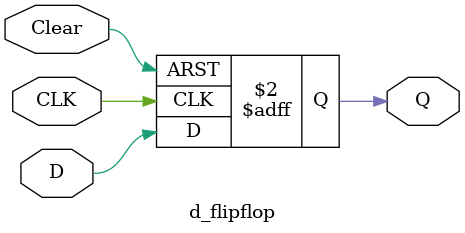
<source format=v>
`timescale 1ns / 1ps

module d_flipflop(CLK, D, Clear, Q);

input CLK;
input D;
input Clear;
output reg Q;

always @(posedge CLK or posedge Clear)
    if(Clear)
        Q <= 1'b0;
    else
        Q <= D;

endmodule

</source>
